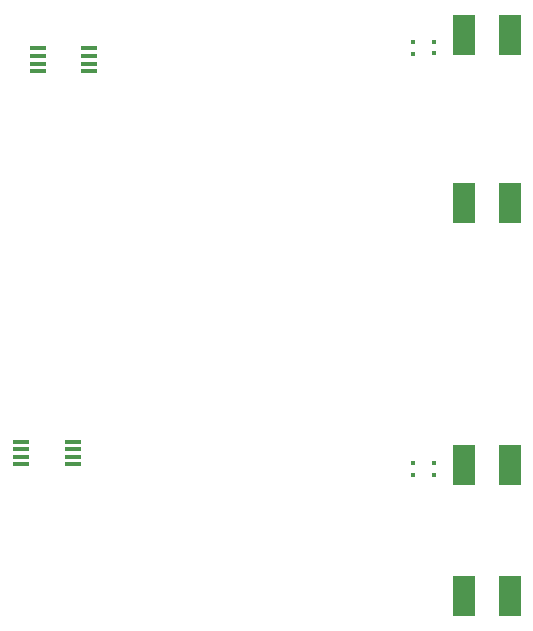
<source format=gtp>
G75*
%MOIN*%
%OFA0B0*%
%FSLAX25Y25*%
%IPPOS*%
%LPD*%
%AMOC8*
5,1,8,0,0,1.08239X$1,22.5*
%
%ADD10R,0.05600X0.01700*%
%ADD11R,0.07480X0.13386*%
%ADD12R,0.01575X0.01378*%
D10*
X0154754Y0122850D03*
X0154754Y0125350D03*
X0154754Y0127950D03*
X0154754Y0130450D03*
X0171954Y0130450D03*
X0171954Y0127950D03*
X0171954Y0125350D03*
X0171954Y0122850D03*
X0177479Y0253875D03*
X0177479Y0256375D03*
X0177479Y0258975D03*
X0177479Y0261475D03*
X0160279Y0261475D03*
X0160279Y0258975D03*
X0160279Y0256375D03*
X0160279Y0253875D03*
D11*
X0302227Y0266000D03*
X0317581Y0266000D03*
X0317581Y0209800D03*
X0302227Y0209800D03*
X0302227Y0122700D03*
X0317581Y0122700D03*
X0317581Y0079000D03*
X0302227Y0079000D03*
D12*
X0292227Y0119430D03*
X0292227Y0123249D03*
X0285416Y0123249D03*
X0285416Y0119351D03*
X0285416Y0259751D03*
X0285416Y0263649D03*
X0292227Y0263649D03*
X0292227Y0259830D03*
M02*

</source>
